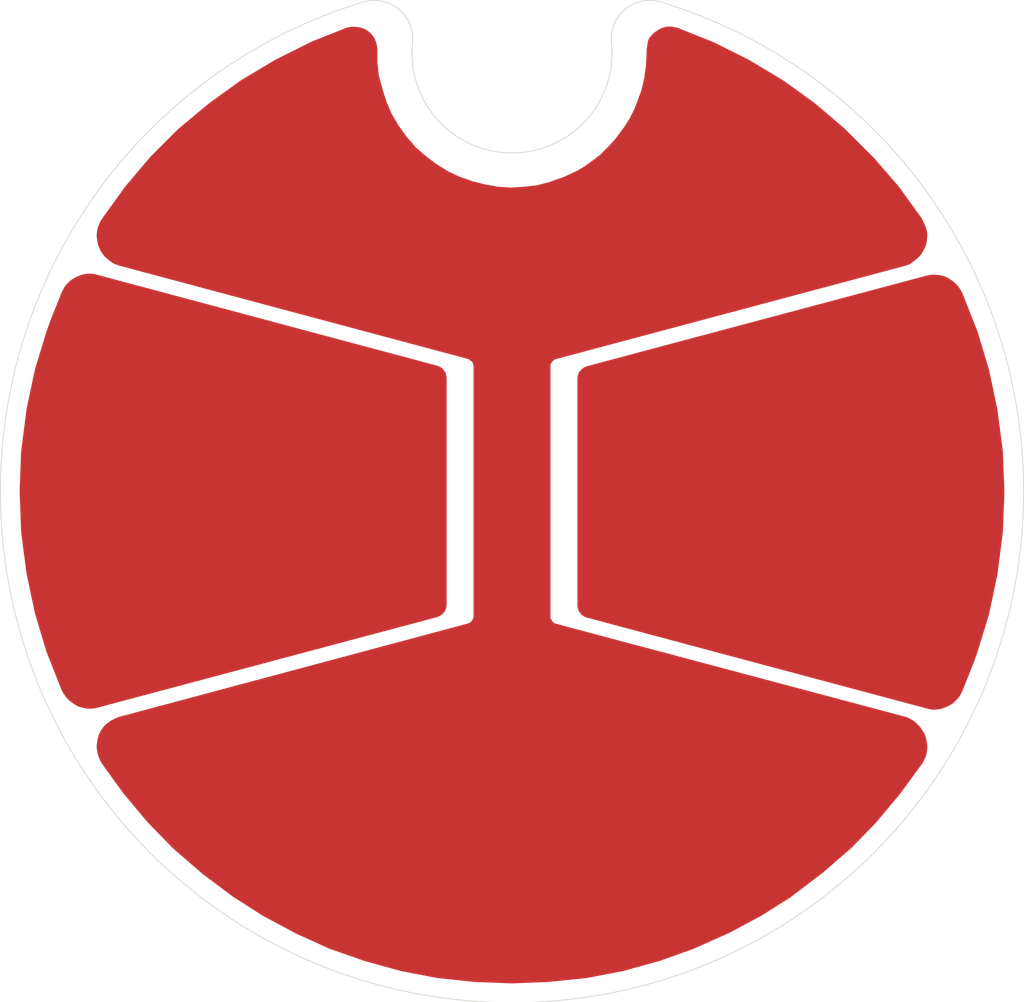
<source format=kicad_pcb>
(kicad_pcb (version 20221018) (generator pcbnew)

  (general
    (thickness 1.6)
  )

  (paper "A4")
  (layers
    (0 "F.Cu" signal)
    (31 "B.Cu" signal)
    (32 "B.Adhes" user "B.Adhesive")
    (33 "F.Adhes" user "F.Adhesive")
    (34 "B.Paste" user)
    (35 "F.Paste" user)
    (36 "B.SilkS" user "B.Silkscreen")
    (37 "F.SilkS" user "F.Silkscreen")
    (38 "B.Mask" user)
    (39 "F.Mask" user)
    (40 "Dwgs.User" user "User.Drawings")
    (41 "Cmts.User" user "User.Comments")
    (42 "Eco1.User" user "User.Eco1")
    (43 "Eco2.User" user "User.Eco2")
    (44 "Edge.Cuts" user)
    (45 "Margin" user)
    (46 "B.CrtYd" user "B.Courtyard")
    (47 "F.CrtYd" user "F.Courtyard")
    (48 "B.Fab" user)
    (49 "F.Fab" user)
    (50 "User.1" user)
    (51 "User.2" user)
    (52 "User.3" user)
    (53 "User.4" user)
    (54 "User.5" user)
    (55 "User.6" user)
    (56 "User.7" user)
    (57 "User.8" user)
    (58 "User.9" user)
  )

  (setup
    (pad_to_mask_clearance 0)
    (aux_axis_origin 120 120)
    (pcbplotparams
      (layerselection 0x00010fc_ffffffff)
      (plot_on_all_layers_selection 0x0000000_00000000)
      (disableapertmacros false)
      (usegerberextensions false)
      (usegerberattributes true)
      (usegerberadvancedattributes true)
      (creategerberjobfile true)
      (dashed_line_dash_ratio 12.000000)
      (dashed_line_gap_ratio 3.000000)
      (svgprecision 4)
      (plotframeref false)
      (viasonmask false)
      (mode 1)
      (useauxorigin false)
      (hpglpennumber 1)
      (hpglpenspeed 20)
      (hpglpendiameter 15.000000)
      (dxfpolygonmode true)
      (dxfimperialunits true)
      (dxfusepcbnewfont true)
      (psnegative false)
      (psa4output false)
      (plotreference true)
      (plotvalue true)
      (plotinvisibletext false)
      (sketchpadsonfab false)
      (subtractmaskfromsilk false)
      (outputformat 1)
      (mirror false)
      (drillshape 1)
      (scaleselection 1)
      (outputdirectory "")
    )
  )

  (net 0 "")

  (gr_poly
    (pts
      (xy 114.6 119.325)
      (xy 114.65 119.125)
      (xy 114.725 119.025)
      (xy 114.825 118.925)
      (xy 114.95 118.875)
      (xy 115.05 118.85)
      (xy 115.625 118.85)
      (xy 115.75 118.875)
      (xy 115.825 118.9)
      (xy 115.9 118.95)
      (xy 116 119.05)
      (xy 116.05 119.125)
      (xy 116.075 119.2)
      (xy 116.1 119.3)
      (xy 116.1 120.675)
      (xy 116.075 120.8)
      (xy 116.05 120.875)
      (xy 116 120.95)
      (xy 115.9 121.05)
      (xy 115.825 121.1)
      (xy 115.75 121.125)
      (xy 115.65 121.15)
      (xy 115.05 121.15)
      (xy 114.95 121.125)
      (xy 114.875 121.1)
      (xy 114.8 121.05)
      (xy 114.7 120.95)
      (xy 114.65 120.875)
      (xy 114.625 120.8)
      (xy 114.6 120.7)
      (xy 114.6 119.35)
    )

    (stroke (width 0.01) (type solid)) (fill solid) (layer "F.Mask") (tstamp 011eceed-67d0-47c8-81b8-8d88fba14d1e))
  (gr_poly
    (pts
      (xy 121.4 121.4)
      (xy 120.85 121.4)
      (xy 120.85 118.6)
      (xy 121.4 118.6)
    )

    (stroke (width 0.01) (type solid)) (fill solid) (layer "F.Mask") (tstamp 02199cfb-564a-4a6f-85ad-6b334f8c1f15))
  (gr_poly
    (pts
      (xy 125.4 120.675)
      (xy 125.35 120.875)
      (xy 125.275 120.975)
      (xy 125.175 121.075)
      (xy 125.05 121.125)
      (xy 124.95 121.15)
      (xy 124.375 121.15)
      (xy 124.25 121.125)
      (xy 124.175 121.1)
      (xy 124.1 121.05)
      (xy 124 120.95)
      (xy 123.95 120.875)
      (xy 123.925 120.8)
      (xy 123.9 120.7)
      (xy 123.9 119.325)
      (xy 123.925 119.2)
      (xy 123.95 119.125)
      (xy 124 119.05)
      (xy 124.1 118.95)
      (xy 124.175 118.9)
      (xy 124.25 118.875)
      (xy 124.35 118.85)
      (xy 124.95 118.85)
      (xy 125.05 118.875)
      (xy 125.125 118.9)
      (xy 125.2 118.95)
      (xy 125.3 119.05)
      (xy 125.35 119.125)
      (xy 125.375 119.2)
      (xy 125.4 119.3)
      (xy 125.4 120.65)
    )

    (stroke (width 0.01) (type solid)) (fill solid) (layer "F.Mask") (tstamp 15241acd-3299-4dbb-a3f4-acbca023de31))
  (gr_poly
    (pts
      (xy 118.6 118.6)
      (xy 119.15 118.6)
      (xy 119.15 121.4)
      (xy 118.6 121.4)
    )

    (stroke (width 0.01) (type solid)) (fill solid) (layer "F.Mask") (tstamp 870fe601-fc62-4816-97c7-4c697b857009))
  (gr_poly
    (pts
      (xy 119.5 118.6)
      (xy 120.5 118.6)
      (xy 120.5 121.4)
      (xy 119.5 121.4)
    )

    (stroke (width 0.01) (type solid)) (fill solid) (layer "F.Mask") (tstamp efba1471-78b2-47f8-92f4-1d0134c00d05))
  (gr_arc (start 118.063805 113.63811) (mid 118.527172 113.730429) (end 118.706777 114.167434)
    (stroke (width 0.01) (type solid)) (layer "Edge.Cuts") (tstamp 145b95c5-a503-4b8f-a570-7a4a3282ff70))
  (gr_arc (start 121.293223 114.167434) (mid 120 115.6) (end 118.706777 114.167434)
    (stroke (width 0.01) (type solid)) (layer "Edge.Cuts") (tstamp 44acc018-afc2-49df-9d6c-3703190c3cc4))
  (gr_arc (start 121.936195 113.63811) (mid 120 126.65) (end 118.063805 113.63811)
    (stroke (width 0.01) (type solid)) (layer "Edge.Cuts") (tstamp 456caccf-78d8-4b7f-b206-1271bad73497))
  (gr_arc (start 121.293223 114.167434) (mid 121.472829 113.730429) (end 121.936195 113.63811)
    (stroke (width 0.01) (type solid)) (layer "Edge.Cuts") (tstamp 87c2d4a5-c218-46e7-abfa-20dd6bce90f8))

  (zone (net 0) (net_name "") (layer "F.Cu") (tstamp 4ffa5744-3590-43d5-93a6-74723486d138) (hatch edge 0.508)
    (priority 1)
    (connect_pads (clearance 0.508))
    (min_thickness 0.254) (filled_areas_thickness no)
    (fill yes (thermal_gap 0.508) (thermal_bridge_width 0.508) (island_removal_mode 1) (island_area_min 10))
    (polygon
      (pts
        (xy 114.59 117.18)
        (xy 119.038823 118.37021)
        (xy 119.08 118.39)
        (xy 119.119004 118.423785)
        (xy 119.15 118.49)
        (xy 119.15 121.484901)
        (xy 119.14 121.54)
        (xy 119.119003 121.576215)
        (xy 119.08 121.61)
        (xy 119.05 121.63)
        (xy 114.59 122.82)
        (xy 114.51 122.83)
        (xy 114.44 122.82)
        (xy 114.36 122.8)
        (xy 114.28 122.75)
        (xy 114.21 122.69)
        (xy 114.17 122.63)
        (xy 114.147561 122.590165)
        (xy 113.95 122.09)
        (xy 113.8 121.59)
        (xy 113.69 121.07)
        (xy 113.62 120.53)
        (xy 113.6 120)
        (xy 113.62 119.48)
        (xy 113.69 118.93)
        (xy 113.8 118.41)
        (xy 113.95 117.92)
        (xy 114 117.78)
        (xy 114.147561 117.409835)
        (xy 114.19 117.33)
        (xy 114.27 117.25)
        (xy 114.340734 117.210876)
        (xy 114.42 117.18)
        (xy 114.49 117.17)
        (xy 114.55 117.17)
      )
    )
    (filled_polygon
      (layer "F.Cu")
      (island)
      (pts
        (xy 114.565043 117.17376)
        (xy 114.589115 117.179778)
        (xy 114.590925 117.180247)
        (xy 119.027437 118.367163)
        (xy 119.04944 118.375312)
        (xy 119.064824 118.382706)
        (xy 119.092732 118.401028)
        (xy 119.098748 118.406239)
        (xy 119.130364 118.448053)
        (xy 119.138115 118.46461)
        (xy 119.15 118.518032)
        (xy 119.15 121.473559)
        (xy 119.147974 121.496064)
        (xy 119.144043 121.517719)
        (xy 119.129522 121.557632)
        (xy 119.102565 121.590453)
        (xy 119.085995 121.604806)
        (xy 119.073395 121.614403)
        (xy 119.067313 121.618458)
        (xy 119.029899 121.635363)
        (xy 114.598315 122.817781)
        (xy 114.58146 122.821067)
        (xy 114.526743 122.827906)
        (xy 114.493298 122.827613)
        (xy 114.446431 122.820918)
        (xy 114.433691 122.818422)
        (xy 114.379329 122.804832)
        (xy 114.343106 122.789441)
        (xy 114.288027 122.755016)
        (xy 114.272809 122.743836)
        (xy 114.223196 122.701311)
        (xy 114.200361 122.675541)
        (xy 114.17261 122.633915)
        (xy 114.167682 122.625885)
        (xy 114.151795 122.59768)
        (xy 114.144388 122.582132)
        (xy 113.951963 122.094969)
        (xy 113.948466 122.084886)
        (xy 113.801503 121.595011)
        (xy 113.798917 121.584882)
        (xy 113.784709 121.517719)
        (xy 113.691038 121.07491)
        (xy 113.689357 121.065033)
        (xy 113.620738 120.535691)
        (xy 113.619783 120.524261)
        (xy 113.600181 120.004796)
        (xy 113.600184 119.995209)
        (xy 113.619786 119.485554)
        (xy 113.620701 119.474489)
        (xy 113.689351 118.935095)
        (xy 113.691064 118.924968)
        (xy 113.798847 118.415449)
        (xy 113.801631 118.404669)
        (xy 113.949168 117.922716)
        (xy 113.950947 117.917347)
        (xy 113.999263 117.782061)
        (xy 114.000814 117.777955)
        (xy 114.145017 117.416216)
        (xy 114.150786 117.403766)
        (xy 114.181161 117.346626)
        (xy 114.203318 117.316681)
        (xy 114.257439 117.26256)
        (xy 114.28554 117.241404)
        (xy 114.333357 117.214955)
        (xy 114.34858 117.207819)
        (xy 114.406472 117.185269)
        (xy 114.434375 117.177946)
        (xy 114.463673 117.173761)
        (xy 114.481139 117.171266)
        (xy 114.498957 117.17)
        (xy 114.534489 117.17)
      )
    )
  )
  (zone (net 0) (net_name "") (layer "F.Cu") (tstamp a97dd24e-1b24-4c89-b43d-037f693107a0) (hatch edge 0.508)
    (priority 1)
    (connect_pads (clearance 0.508))
    (min_thickness 0.254) (filled_areas_thickness no)
    (fill yes (thermal_gap 0.508) (thermal_bridge_width 0.508) (island_removal_mode 1) (island_area_min 10))
    (polygon
      (pts
        (xy 125.41 122.83)
        (xy 120.961177 121.63979)
        (xy 120.92 121.62)
        (xy 120.880996 121.586215)
        (xy 120.85 121.52)
        (xy 120.85 118.525099)
        (xy 120.86 118.47)
        (xy 120.880997 118.433785)
        (xy 120.92 118.4)
        (xy 120.95 118.38)
        (xy 125.41 117.19)
        (xy 125.49 117.18)
        (xy 125.56 117.19)
        (xy 125.64 117.21)
        (xy 125.72 117.26)
        (xy 125.79 117.32)
        (xy 125.83 117.38)
        (xy 125.852439 117.419835)
        (xy 126.05 117.92)
        (xy 126.2 118.42)
        (xy 126.31 118.94)
        (xy 126.38 119.48)
        (xy 126.4 120.01)
        (xy 126.38 120.53)
        (xy 126.31 121.08)
        (xy 126.2 121.6)
        (xy 126.05 122.09)
        (xy 126 122.23)
        (xy 125.852439 122.600165)
        (xy 125.81 122.68)
        (xy 125.73 122.76)
        (xy 125.659266 122.799124)
        (xy 125.58 122.83)
        (xy 125.51 122.84)
        (xy 125.45 122.84)
      )
    )
    (filled_polygon
      (layer "F.Cu")
      (island)
      (pts
        (xy 125.506701 117.182386)
        (xy 125.530134 117.185733)
        (xy 125.55357 117.189081)
        (xy 125.566307 117.191576)
        (xy 125.620672 117.205168)
        (xy 125.656893 117.220558)
        (xy 125.711972 117.254983)
        (xy 125.72719 117.266163)
        (xy 125.776803 117.308688)
        (xy 125.799639 117.334458)
        (xy 125.827384 117.376076)
        (xy 125.832317 117.384114)
        (xy 125.848204 117.412319)
        (xy 125.855611 117.427867)
        (xy 126.048036 117.91503)
        (xy 126.051533 117.925113)
        (xy 126.198496 118.414988)
        (xy 126.201082 118.425117)
        (xy 126.30896 118.935087)
        (xy 126.310642 118.944966)
        (xy 126.379261 119.474308)
        (xy 126.380217 119.485755)
        (xy 126.399818 120.005196)
        (xy 126.399815 120.01479)
        (xy 126.380213 120.524445)
        (xy 126.379298 120.53551)
        (xy 126.310651 121.074883)
        (xy 126.308931 121.085052)
        (xy 126.201155 121.594537)
        (xy 126.198364 121.605342)
        (xy 126.050845 122.087239)
        (xy 126.049034 122.092704)
        (xy 126.00076 122.227871)
        (xy 125.99916 122.232107)
        (xy 125.85499 122.593765)
        (xy 125.849204 122.60625)
        (xy 125.81884 122.663369)
        (xy 125.796678 122.693321)
        (xy 125.742564 122.747435)
        (xy 125.714454 122.768598)
        (xy 125.66665 122.795039)
        (xy 125.6514 122.802187)
        (xy 125.597185 122.823306)
        (xy 125.593537 122.824727)
        (xy 125.565625 122.832052)
        (xy 125.518864 122.838733)
        (xy 125.501043 122.84)
        (xy 125.465511 122.84)
        (xy 125.434952 122.836238)
        (xy 125.410992 122.830248)
        (xy 125.408987 122.829729)
        (xy 120.972567 121.642837)
        (xy 120.950553 121.634684)
        (xy 120.935177 121.627294)
        (xy 120.907266 121.60897)
        (xy 120.901251 121.603759)
        (xy 120.869634 121.561943)
        (xy 120.861884 121.545387)
        (xy 120.85 121.491968)
        (xy 120.85 118.536441)
        (xy 120.852025 118.513943)
        (xy 120.855955 118.492287)
        (xy 120.870475 118.45237)
        (xy 120.897431 118.419549)
        (xy 120.914011 118.405186)
        (xy 120.926589 118.395606)
        (xy 120.932693 118.391537)
        (xy 120.970094 118.374638)
        (xy 125.401695 117.192215)
        (xy 125.41853 117.188933)
        (xy 125.473256 117.182093)
      )
    )
  )
  (zone (net 0) (net_name "") (layer "F.Cu") (tstamp fe1b004e-b181-420b-ab2f-91fe2d17ba71) (hatch edge 0.508)
    (connect_pads (clearance 0.508))
    (min_thickness 0.254) (filled_areas_thickness no)
    (fill yes (thermal_gap 0.508) (thermal_bridge_width 0.508) (island_removal_mode 1) (island_area_min 10))
    (polygon
      (pts
        (xy 121.749571 114.261248)
        (xy 121.77 114.12)
        (xy 121.84 114.04)
        (xy 121.93 113.98)
        (xy 122.04 113.95)
        (xy 122.150292 113.972045)
        (xy 122.62 114.16)
        (xy 123.08 114.39)
        (xy 123.53 114.66)
        (xy 123.94214 114.958222)
        (xy 124.33 115.29)
        (xy 124.7 115.66)
        (xy 125.03 116.04)
        (xy 125.331376 116.459317)
        (xy 125.38 116.57)
        (xy 125.4 116.65)
        (xy 125.39 116.76)
        (xy 125.372329 116.822036)
        (xy 125.32 116.92)
        (xy 125.26 116.98)
        (xy 125.18 117.04)
        (xy 125.14 117.06)
        (xy 120.574118 118.28014)
        (xy 120.55 118.29)
        (xy 120.520665 118.315857)
        (xy 120.5 118.35)
        (xy 120.5 121.65)
        (xy 120.520665 121.684143)
        (xy 120.53 121.7)
        (xy 120.56 121.72)
        (xy 125.14 122.94)
        (xy 125.23 122.99)
        (xy 125.31 123.07)
        (xy 125.37 123.17)
        (xy 125.39 123.25)
        (xy 125.4 123.32)
        (xy 125.39 123.41)
        (xy 125.37 123.47)
        (xy 125.34 123.53)
        (xy 125.04 123.94)
        (xy 124.73 124.31)
        (xy 124.42 124.63)
        (xy 124.04 124.96)
        (xy 123.62 125.28)
        (xy 123.24 125.52)
        (xy 122.83 125.74)
        (xy 122.36 125.95)
        (xy 121.91 126.11)
        (xy 121.44 126.24)
        (xy 120.97 126.33)
        (xy 120.48 126.38)
        (xy 120 126.4)
        (xy 119.5 126.38)
        (xy 119.03 126.33)
        (xy 118.56 126.24)
        (xy 118.09 126.11)
        (xy 117.63 125.95)
        (xy 117.19 125.75)
        (xy 116.76 125.52)
        (xy 116.37 125.27)
        (xy 115.97 124.97)
        (xy 115.59 124.64)
        (xy 115.26 124.3)
        (xy 114.95 123.93)
        (xy 114.668624 123.540683)
        (xy 114.64 123.49)
        (xy 114.61 123.4)
        (xy 114.6 123.32)
        (xy 114.61 123.24)
        (xy 114.63 123.16)
        (xy 114.67 123.09)
        (xy 114.72 123.03)
        (xy 114.79 122.98)
        (xy 114.87 122.94)
        (xy 119.425882 121.71986)
        (xy 119.45 121.71)
        (xy 119.479352 121.684157)
        (xy 119.5 121.64)
        (xy 119.5 118.376733)
        (xy 119.49 118.33)
        (xy 119.479323 118.315859)
        (xy 119.46 118.3)
        (xy 119.43 118.28)
        (xy 114.898308 117.06698)
        (xy 114.82 117.04)
        (xy 114.74 116.98)
        (xy 114.69 116.93)
        (xy 114.65 116.87)
        (xy 114.62 116.8)
        (xy 114.61 116.75)
        (xy 114.6 116.68)
        (xy 114.61 116.59)
        (xy 114.64 116.51)
        (xy 114.668624 116.459317)
        (xy 114.97 116.04)
        (xy 115.3 115.65)
        (xy 115.66 115.29)
        (xy 116.05786 114.958222)
        (xy 116.47 114.66)
        (xy 116.92 114.39)
        (xy 117.4 114.15)
        (xy 117.849708 113.972045)
        (xy 117.9 113.96)
        (xy 117.96 113.96)
        (xy 118.04 113.97)
        (xy 118.11 114)
        (xy 118.17 114.05)
        (xy 118.21 114.1)
        (xy 118.24 114.18)
        (xy 118.25 114.25)
        (xy 118.25 114.42)
        (xy 118.27 114.6)
        (xy 118.32 114.78)
        (xy 118.37 114.94)
        (xy 118.44 115.1)
        (xy 118.53 115.25)
        (xy 118.63 115.39)
        (xy 118.71 115.48)
        (xy 118.75 115.53)
        (xy 118.88 115.64)
        (xy 119.01 115.74)
        (xy 119.17 115.84)
        (xy 119.32 115.91)
        (xy 119.49 115.97)
        (xy 119.65 116.01)
        (xy 119.82 116.04)
        (xy 119.98 116.05)
        (xy 120.16 116.04)
        (xy 120.33 116.02)
        (xy 120.48 115.98)
        (xy 120.68 115.91)
        (xy 120.85 115.83)
        (xy 120.95 115.77)
        (xy 121.06 115.69)
        (xy 121.15 115.62)
        (xy 121.26 115.51)
        (xy 121.35 115.41)
        (xy 121.46 115.26)
        (xy 121.53 115.15)
        (xy 121.59 115.03)
        (xy 121.64 114.9)
        (xy 121.68 114.79)
        (xy 121.7 114.71)
        (xy 121.72 114.62)
        (xy 121.74 114.47)
        (xy 121.75 114.3)
      )
    )
    (filled_polygon
      (layer "F.Cu")
      (island)
      (pts
        (xy 122.138932 113.969774)
        (xy 122.161045 113.976348)
        (xy 122.369938 114.059937)
        (xy 122.612225 114.156889)
        (xy 122.615142 114.158056)
        (xy 122.62468 114.16234)
        (xy 123.075678 114.387839)
        (xy 123.084144 114.392486)
        (xy 123.525355 114.657213)
        (xy 123.534386 114.663174)
        (xy 123.937994 114.955222)
        (xy 123.946034 114.961553)
        (xy 124.326279 115.286817)
        (xy 124.33347 115.29347)
        (xy 124.696858 115.656858)
        (xy 124.702897 115.663336)
        (xy 125.003947 116.01)
        (xy 125.0262 116.035624)
        (xy 125.033381 116.044704)
        (xy 125.323654 116.448573)
        (xy 125.336698 116.471432)
        (xy 125.375708 116.560231)
        (xy 125.382587 116.58035)
        (xy 125.394822 116.62929)
        (xy 125.398067 116.671257)
        (xy 125.391068 116.748244)
        (xy 125.386765 116.771354)
        (xy 125.37602 116.809076)
        (xy 125.365978 116.833924)
        (xy 125.328813 116.9035)
        (xy 125.30677 116.933229)
        (xy 125.266335 116.973664)
        (xy 125.25284 116.985369)
        (xy 125.189089 117.033182)
        (xy 125.16984 117.045079)
        (xy 125.151453 117.054273)
        (xy 125.127632 117.063305)
        (xy 120.577968 118.279111)
        (xy 120.577965 118.279111)
        (xy 120.574118 118.28014)
        (xy 120.570431 118.281647)
        (xy 120.570423 118.28165)
        (xy 120.559768 118.286006)
        (xy 120.559765 118.286007)
        (xy 120.55 118.29)
        (xy 120.542086 118.296975)
        (xy 120.542082 118.296978)
        (xy 120.527863 118.309512)
        (xy 120.520665 118.315857)
        (xy 120.515699 118.32406)
        (xy 120.515697 118.324064)
        (xy 120.508931 118.335242)
        (xy 120.508929 118.335245)
        (xy 120.5 118.35)
        (xy 120.5 121.65)
        (xy 120.508931 121.664756)
        (xy 120.508932 121.664759)
        (xy 120.520265 121.683484)
        (xy 120.521051 121.6848)
        (xy 120.522765 121.687712)
        (xy 120.522767 121.687714)
        (xy 120.53 121.7)
        (xy 120.541862 121.707908)
        (xy 120.541863 121.707909)
        (xy 120.545 121.71)
        (xy 120.56 121.72)
        (xy 124.706055 122.824407)
        (xy 125.124897 122.935977)
        (xy 125.153655 122.947587)
        (xy 125.214575 122.981431)
        (xy 125.24248 123.00248)
        (xy 125.299031 123.059031)
        (xy 125.31798 123.0833)
        (xy 125.360353 123.153922)
        (xy 125.374547 123.188189)
        (xy 125.388422 123.24369)
        (xy 125.390917 123.256429)
        (xy 125.397737 123.304166)
        (xy 125.398233 123.3359)
        (xy 125.391474 123.396731)
        (xy 125.385779 123.422662)
        (xy 125.372832 123.461503)
        (xy 125.365996 123.478007)
        (xy 125.344745 123.520509)
        (xy 125.333733 123.538564)
        (xy 125.042449 123.936651)
        (xy 125.037345 123.943167)
        (xy 124.732912 124.306523)
        (xy 124.726828 124.313273)
        (xy 124.423784 124.626093)
        (xy 124.415903 124.633557)
        (xy 124.043037 124.957362)
        (xy 124.036781 124.962452)
        (xy 123.624408 125.276641)
        (xy 123.61533 125.282949)
        (xy 123.243768 125.517619)
        (xy 123.23606 125.522113)
        (xy 122.834013 125.737846)
        (xy 122.825838 125.741859)
        (xy 122.364523 125.947978)
        (xy 122.355334 125.951658)
        (xy 121.914261 126.108484)
        (xy 121.90564 126.111205)
        (xy 121.444906 126.238642)
        (xy 121.435013 126.240954)
        (xy 120.975412 126.328963)
        (xy 120.964506 126.33056)
        (xy 120.483769 126.379615)
        (xy 120.476224 126.380157)
        (xy 120.005134 126.399786)
        (xy 119.994852 126.399794)
        (xy 119.504161 126.380166)
        (xy 119.495868 126.37956)
        (xy 119.035221 126.330555)
        (xy 119.024853 126.329014)
        (xy 118.564986 126.240954)
        (xy 118.555093 126.238642)
        (xy 118.093951 126.111092)
        (xy 118.086148 126.108659)
        (xy 117.635464 125.9519)
        (xy 117.624718 125.947599)
        (xy 117.193706 125.751684)
        (xy 117.186417 125.748083)
        (xy 116.764386 125.522346)
        (xy 116.755816 125.517318)
        (xy 116.373895 125.272497)
        (xy 116.366293 125.26722)
        (xy 115.973611 124.972708)
        (xy 115.966594 124.967042)
        (xy 115.594054 124.64352)
        (xy 115.586256 124.636142)
        (xy 115.437159 124.482527)
        (xy 115.263204 124.303301)
        (xy 115.257054 124.296484)
        (xy 114.952882 123.93344)
        (xy 114.94736 123.926347)
        (xy 114.672752 123.546394)
        (xy 114.665161 123.53455)
        (xy 114.645978 123.500585)
        (xy 114.636155 123.478466)
        (xy 114.613945 123.411835)
        (xy 114.608452 123.38762)
        (xy 114.601953 123.335624)
        (xy 114.601953 123.304376)
        (xy 114.609057 123.247542)
        (xy 114.611845 123.23262)
        (xy 114.611845 123.232619)
        (xy 114.625784 123.176862)
        (xy 114.638623 123.14491)
        (xy 114.6645 123.099626)
        (xy 114.677097 123.081482)
        (xy 114.709632 123.042441)
        (xy 114.733178 123.020586)
        (xy 114.78196 122.985742)
        (xy 114.798834 122.975582)
        (xy 114.858583 122.945708)
        (xy 114.882329 122.936697)
        (xy 119.425882 121.71986)
        (xy 119.45 121.71)
        (xy 119.479352 121.684157)
        (xy 119.5 121.64)
        (xy 119.5 118.376733)
        (xy 119.49 118.33)
        (xy 119.479323 118.315859)
        (xy 119.46 118.3)
        (xy 119.445 118.29)
        (xy 119.438575 118.285716)
        (xy 119.438571 118.285714)
        (xy 119.43 118.28)
        (xy 119.420046 118.277335)
        (xy 119.420045 118.277335)
        (xy 114.90259 117.068126)
        (xy 114.894126 117.065539)
        (xy 114.838716 117.046448)
        (xy 114.80416 117.02812)
        (xy 114.747159 116.985369)
        (xy 114.733664 116.973664)
        (xy 114.698823 116.938823)
        (xy 114.683083 116.919625)
        (xy 114.656412 116.879618)
        (xy 114.645446 116.859375)
        (xy 114.625165 116.812051)
        (xy 114.617427 116.787136)
        (xy 114.610687 116.753437)
        (xy 114.609509 116.746566)
        (xy 114.60226 116.695826)
        (xy 114.601766 116.664105)
        (xy 114.608265 116.605609)
        (xy 114.615513 116.575297)
        (xy 114.636559 116.519173)
        (xy 114.64482 116.501465)
        (xy 114.665246 116.465296)
        (xy 114.672628 116.453745)
        (xy 114.967099 116.044035)
        (xy 114.973206 116.036211)
        (xy 115.296633 115.653978)
        (xy 115.303703 115.646296)
        (xy 115.655977 115.294022)
        (xy 115.664352 115.28637)
        (xy 116.054559 114.960974)
        (xy 116.061347 114.955698)
        (xy 116.465619 114.663169)
        (xy 116.474633 114.657219)
        (xy 116.915875 114.392474)
        (xy 116.924301 114.387849)
        (xy 117.395118 114.15244)
        (xy 117.405087 114.147986)
        (xy 117.8414 113.975332)
        (xy 117.858391 113.969965)
        (xy 117.885537 113.963463)
        (xy 117.914879 113.96)
        (xy 117.952156 113.96)
        (xy 117.967784 113.960973)
        (xy 118.022347 113.967793)
        (xy 118.056352 113.977008)
        (xy 118.093097 113.992756)
        (xy 118.124125 114.011771)
        (xy 118.160225 114.041854)
        (xy 118.17795 114.059937)
        (xy 118.197461 114.084326)
        (xy 118.217047 114.118793)
        (xy 118.231771 114.158056)
        (xy 118.235183 114.167154)
        (xy 118.241938 114.193575)
        (xy 118.248733 114.241137)
        (xy 118.25 114.258957)
        (xy 118.25 114.42)
        (xy 118.250384 114.423461)
        (xy 118.250385 114.423469)
        (xy 118.26944 114.594968)
        (xy 118.269442 114.594978)
        (xy 118.27 114.6)
        (xy 118.271352 114.604868)
        (xy 118.271354 114.604877)
        (xy 118.319717 114.778984)
        (xy 118.319729 114.779027)
        (xy 118.32 114.78)
        (xy 118.320315 114.781008)
        (xy 118.357645 114.900466)
        (xy 118.37 114.94)
        (xy 118.371378 114.943151)
        (xy 118.371379 114.943152)
        (xy 118.438381 115.096301)
        (xy 118.438385 115.096309)
        (xy 118.44 115.1)
        (xy 118.53 115.25)
        (xy 118.53146 115.252044)
        (xy 118.531462 115.252047)
        (xy 118.55597 115.286359)
        (xy 118.63 115.39)
        (xy 118.63222 115.392497)
        (xy 118.63223 115.39251)
        (xy 118.707833 115.477563)
        (xy 118.712042 115.482552)
        (xy 118.75 115.53)
        (xy 118.88 115.64)
        (xy 119.01 115.74)
        (xy 119.17 115.84)
        (xy 119.32 115.91)
        (xy 119.49 115.97)
        (xy 119.65 116.01)
        (xy 119.82 116.04)
        (xy 119.98 116.05)
        (xy 120.16 116.04)
        (xy 120.33 116.02)
        (xy 120.48 115.98)
        (xy 120.68 115.91)
        (xy 120.85 115.83)
        (xy 120.95 115.77)
        (xy 121.06 115.69)
        (xy 121.15 115.62)
        (xy 121.26 115.51)
        (xy 121.35 115.41)
        (xy 121.46 115.26)
        (xy 121.53 115.15)
        (xy 121.59 115.03)
        (xy 121.64 114.9)
        (xy 121.68 114.79)
        (xy 121.7 114.71)
        (xy 121.72 114.62)
        (xy 121.74 114.47)
        (xy 121.75 114.3)
        (xy 121.749679 114.27101)
        (xy 121.750967 114.251594)
        (xy 121.764666 114.156877)
        (xy 121.774901 114.122258)
        (xy 121.794541 114.091953)
        (xy 121.828987 114.052586)
        (xy 121.85391 114.030726)
        (xy 121.912993 113.991337)
        (xy 121.949722 113.974621)
        (xy 122.011312 113.957823)
        (xy 122.069158 113.955828)
      )
    )
  )
  (group "" (id a8733e2a-7f25-40c5-8ae3-119f79ca8138)
    (members
      145b95c5-a503-4b8f-a570-7a4a3282ff70
      44acc018-afc2-49df-9d6c-3703190c3cc4
      456caccf-78d8-4b7f-b206-1271bad73497
      87c2d4a5-c218-46e7-abfa-20dd6bce90f8
    )
  )
)

</source>
